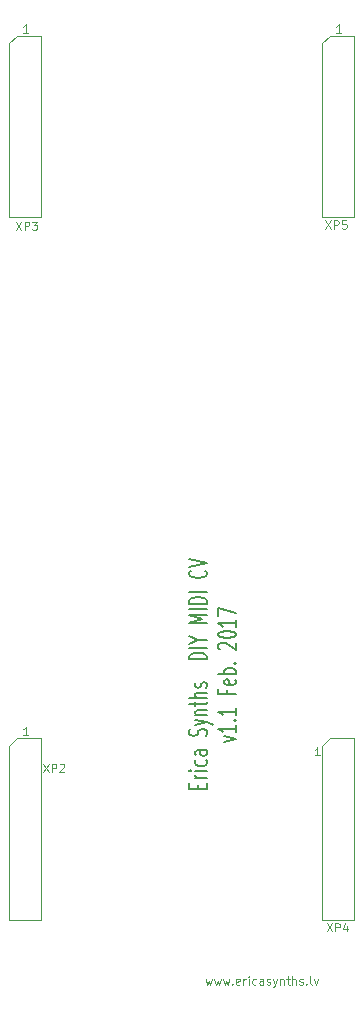
<source format=gto>
G04 #@! TF.FileFunction,Legend,Top*
%FSLAX46Y46*%
G04 Gerber Fmt 4.6, Leading zero omitted, Abs format (unit mm)*
G04 Created by KiCad (PCBNEW (2016-08-20 BZR 7083)-product) date Sun Feb  5 21:27:28 2017*
%MOMM*%
%LPD*%
G01*
G04 APERTURE LIST*
%ADD10C,0.100000*%
%ADD11C,0.200000*%
G04 APERTURE END LIST*
D10*
D11*
X15867857Y17657143D02*
X15867857Y17990477D01*
X16653571Y18133334D02*
X16653571Y17657143D01*
X15153571Y17657143D01*
X15153571Y18133334D01*
X16653571Y18561905D02*
X15653571Y18561905D01*
X15939285Y18561905D02*
X15796428Y18609524D01*
X15725000Y18657143D01*
X15653571Y18752381D01*
X15653571Y18847620D01*
X16653571Y19180953D02*
X15653571Y19180953D01*
X15153571Y19180953D02*
X15225000Y19133334D01*
X15296428Y19180953D01*
X15225000Y19228572D01*
X15153571Y19180953D01*
X15296428Y19180953D01*
X16582142Y20085715D02*
X16653571Y19990477D01*
X16653571Y19800001D01*
X16582142Y19704762D01*
X16510714Y19657143D01*
X16367857Y19609524D01*
X15939285Y19609524D01*
X15796428Y19657143D01*
X15725000Y19704762D01*
X15653571Y19800001D01*
X15653571Y19990477D01*
X15725000Y20085715D01*
X16653571Y20942858D02*
X15867857Y20942858D01*
X15725000Y20895239D01*
X15653571Y20800001D01*
X15653571Y20609524D01*
X15725000Y20514286D01*
X16582142Y20942858D02*
X16653571Y20847620D01*
X16653571Y20609524D01*
X16582142Y20514286D01*
X16439285Y20466667D01*
X16296428Y20466667D01*
X16153571Y20514286D01*
X16082142Y20609524D01*
X16082142Y20847620D01*
X16010714Y20942858D01*
X16582142Y22133334D02*
X16653571Y22276191D01*
X16653571Y22514286D01*
X16582142Y22609524D01*
X16510714Y22657143D01*
X16367857Y22704762D01*
X16225000Y22704762D01*
X16082142Y22657143D01*
X16010714Y22609524D01*
X15939285Y22514286D01*
X15867857Y22323810D01*
X15796428Y22228572D01*
X15725000Y22180953D01*
X15582142Y22133334D01*
X15439285Y22133334D01*
X15296428Y22180953D01*
X15225000Y22228572D01*
X15153571Y22323810D01*
X15153571Y22561905D01*
X15225000Y22704762D01*
X15653571Y23038096D02*
X16653571Y23276191D01*
X15653571Y23514286D02*
X16653571Y23276191D01*
X17010714Y23180953D01*
X17082142Y23133334D01*
X17153571Y23038096D01*
X15653571Y23895239D02*
X16653571Y23895239D01*
X15796428Y23895239D02*
X15725000Y23942858D01*
X15653571Y24038096D01*
X15653571Y24180953D01*
X15725000Y24276191D01*
X15867857Y24323810D01*
X16653571Y24323810D01*
X15653571Y24657143D02*
X15653571Y25038096D01*
X15153571Y24800001D02*
X16439285Y24800001D01*
X16582142Y24847620D01*
X16653571Y24942858D01*
X16653571Y25038096D01*
X16653571Y25371429D02*
X15153571Y25371429D01*
X16653571Y25800001D02*
X15867857Y25800001D01*
X15725000Y25752381D01*
X15653571Y25657143D01*
X15653571Y25514286D01*
X15725000Y25419048D01*
X15796428Y25371429D01*
X16582142Y26228572D02*
X16653571Y26323810D01*
X16653571Y26514286D01*
X16582142Y26609524D01*
X16439285Y26657143D01*
X16367857Y26657143D01*
X16225000Y26609524D01*
X16153571Y26514286D01*
X16153571Y26371429D01*
X16082142Y26276191D01*
X15939285Y26228572D01*
X15867857Y26228572D01*
X15725000Y26276191D01*
X15653571Y26371429D01*
X15653571Y26514286D01*
X15725000Y26609524D01*
X16653571Y28609524D02*
X15153571Y28609524D01*
X15153571Y28847620D01*
X15225000Y28990477D01*
X15367857Y29085715D01*
X15510714Y29133334D01*
X15796428Y29180953D01*
X16010714Y29180953D01*
X16296428Y29133334D01*
X16439285Y29085715D01*
X16582142Y28990477D01*
X16653571Y28847620D01*
X16653571Y28609524D01*
X16653571Y29609524D02*
X15153571Y29609524D01*
X15939285Y30276191D02*
X16653571Y30276191D01*
X15153571Y29942858D02*
X15939285Y30276191D01*
X15153571Y30609524D01*
X16653571Y31704762D02*
X15153571Y31704762D01*
X16225000Y32038096D01*
X15153571Y32371429D01*
X16653571Y32371429D01*
X16653571Y32847620D02*
X15153571Y32847620D01*
X16653571Y33323810D02*
X15153571Y33323810D01*
X15153571Y33561905D01*
X15225000Y33704762D01*
X15367857Y33800000D01*
X15510714Y33847620D01*
X15796428Y33895239D01*
X16010714Y33895239D01*
X16296428Y33847620D01*
X16439285Y33800000D01*
X16582142Y33704762D01*
X16653571Y33561905D01*
X16653571Y33323810D01*
X16653571Y34323810D02*
X15153571Y34323810D01*
X16510714Y36133334D02*
X16582142Y36085715D01*
X16653571Y35942858D01*
X16653571Y35847620D01*
X16582142Y35704762D01*
X16439285Y35609524D01*
X16296428Y35561905D01*
X16010714Y35514286D01*
X15796428Y35514286D01*
X15510714Y35561905D01*
X15367857Y35609524D01*
X15225000Y35704762D01*
X15153571Y35847620D01*
X15153571Y35942858D01*
X15225000Y36085715D01*
X15296428Y36133334D01*
X15153571Y36419048D02*
X16653571Y36752381D01*
X15153571Y37085715D01*
X18103571Y21657143D02*
X19103571Y21895239D01*
X18103571Y22133334D01*
X19103571Y23038096D02*
X19103571Y22466667D01*
X19103571Y22752381D02*
X17603571Y22752381D01*
X17817857Y22657143D01*
X17960714Y22561905D01*
X18032142Y22466667D01*
X18960714Y23466667D02*
X19032142Y23514286D01*
X19103571Y23466667D01*
X19032142Y23419048D01*
X18960714Y23466667D01*
X19103571Y23466667D01*
X19103571Y24466667D02*
X19103571Y23895239D01*
X19103571Y24180953D02*
X17603571Y24180953D01*
X17817857Y24085715D01*
X17960714Y23990477D01*
X18032142Y23895239D01*
X18317857Y25990477D02*
X18317857Y25657143D01*
X19103571Y25657143D02*
X17603571Y25657143D01*
X17603571Y26133334D01*
X19032142Y26895239D02*
X19103571Y26800000D01*
X19103571Y26609524D01*
X19032142Y26514286D01*
X18889285Y26466667D01*
X18317857Y26466667D01*
X18175000Y26514286D01*
X18103571Y26609524D01*
X18103571Y26800000D01*
X18175000Y26895239D01*
X18317857Y26942858D01*
X18460714Y26942858D01*
X18603571Y26466667D01*
X19103571Y27371429D02*
X17603571Y27371429D01*
X18175000Y27371429D02*
X18103571Y27466667D01*
X18103571Y27657143D01*
X18175000Y27752381D01*
X18246428Y27800000D01*
X18389285Y27847620D01*
X18817857Y27847620D01*
X18960714Y27800000D01*
X19032142Y27752381D01*
X19103571Y27657143D01*
X19103571Y27466667D01*
X19032142Y27371429D01*
X18960714Y28276191D02*
X19032142Y28323810D01*
X19103571Y28276191D01*
X19032142Y28228572D01*
X18960714Y28276191D01*
X19103571Y28276191D01*
X17746428Y29466667D02*
X17675000Y29514286D01*
X17603571Y29609524D01*
X17603571Y29847620D01*
X17675000Y29942858D01*
X17746428Y29990477D01*
X17889285Y30038096D01*
X18032142Y30038096D01*
X18246428Y29990477D01*
X19103571Y29419048D01*
X19103571Y30038096D01*
X17603571Y30657143D02*
X17603571Y30752381D01*
X17675000Y30847620D01*
X17746428Y30895239D01*
X17889285Y30942858D01*
X18175000Y30990477D01*
X18532142Y30990477D01*
X18817857Y30942858D01*
X18960714Y30895239D01*
X19032142Y30847620D01*
X19103571Y30752381D01*
X19103571Y30657143D01*
X19032142Y30561905D01*
X18960714Y30514286D01*
X18817857Y30466667D01*
X18532142Y30419048D01*
X18175000Y30419048D01*
X17889285Y30466667D01*
X17746428Y30514286D01*
X17675000Y30561905D01*
X17603571Y30657143D01*
X19103571Y31942858D02*
X19103571Y31371429D01*
X19103571Y31657143D02*
X17603571Y31657143D01*
X17817857Y31561905D01*
X17960714Y31466667D01*
X18032142Y31371429D01*
X17603571Y32276191D02*
X17603571Y32942858D01*
X19103571Y32514286D01*
D10*
X16550000Y1550000D02*
X16683333Y1083334D01*
X16816666Y1416667D01*
X16950000Y1083334D01*
X17083333Y1550000D01*
X17283333Y1550000D02*
X17416666Y1083334D01*
X17550000Y1416667D01*
X17683333Y1083334D01*
X17816666Y1550000D01*
X18016666Y1550000D02*
X18150000Y1083334D01*
X18283333Y1416667D01*
X18416666Y1083334D01*
X18550000Y1550000D01*
X18816666Y1150000D02*
X18850000Y1116667D01*
X18816666Y1083334D01*
X18783333Y1116667D01*
X18816666Y1150000D01*
X18816666Y1083334D01*
X19416666Y1116667D02*
X19350000Y1083334D01*
X19216666Y1083334D01*
X19150000Y1116667D01*
X19116666Y1183334D01*
X19116666Y1450000D01*
X19150000Y1516667D01*
X19216666Y1550000D01*
X19350000Y1550000D01*
X19416666Y1516667D01*
X19450000Y1450000D01*
X19450000Y1383334D01*
X19116666Y1316667D01*
X19750000Y1083334D02*
X19750000Y1550000D01*
X19750000Y1416667D02*
X19783333Y1483334D01*
X19816666Y1516667D01*
X19883333Y1550000D01*
X19950000Y1550000D01*
X20183333Y1083334D02*
X20183333Y1550000D01*
X20183333Y1783334D02*
X20150000Y1750000D01*
X20183333Y1716667D01*
X20216666Y1750000D01*
X20183333Y1783334D01*
X20183333Y1716667D01*
X20816666Y1116667D02*
X20750000Y1083334D01*
X20616666Y1083334D01*
X20550000Y1116667D01*
X20516666Y1150000D01*
X20483333Y1216667D01*
X20483333Y1416667D01*
X20516666Y1483334D01*
X20550000Y1516667D01*
X20616666Y1550000D01*
X20750000Y1550000D01*
X20816666Y1516667D01*
X21416666Y1083334D02*
X21416666Y1450000D01*
X21383333Y1516667D01*
X21316666Y1550000D01*
X21183333Y1550000D01*
X21116666Y1516667D01*
X21416666Y1116667D02*
X21350000Y1083334D01*
X21183333Y1083334D01*
X21116666Y1116667D01*
X21083333Y1183334D01*
X21083333Y1250000D01*
X21116666Y1316667D01*
X21183333Y1350000D01*
X21350000Y1350000D01*
X21416666Y1383334D01*
X21716666Y1116667D02*
X21783333Y1083334D01*
X21916666Y1083334D01*
X21983333Y1116667D01*
X22016666Y1183334D01*
X22016666Y1216667D01*
X21983333Y1283334D01*
X21916666Y1316667D01*
X21816666Y1316667D01*
X21750000Y1350000D01*
X21716666Y1416667D01*
X21716666Y1450000D01*
X21750000Y1516667D01*
X21816666Y1550000D01*
X21916666Y1550000D01*
X21983333Y1516667D01*
X22250000Y1550000D02*
X22416666Y1083334D01*
X22583333Y1550000D02*
X22416666Y1083334D01*
X22350000Y916667D01*
X22316666Y883334D01*
X22250000Y850000D01*
X22850000Y1550000D02*
X22850000Y1083334D01*
X22850000Y1483334D02*
X22883333Y1516667D01*
X22950000Y1550000D01*
X23050000Y1550000D01*
X23116666Y1516667D01*
X23150000Y1450000D01*
X23150000Y1083334D01*
X23383333Y1550000D02*
X23650000Y1550000D01*
X23483333Y1783334D02*
X23483333Y1183334D01*
X23516666Y1116667D01*
X23583333Y1083334D01*
X23650000Y1083334D01*
X23883333Y1083334D02*
X23883333Y1783334D01*
X24183333Y1083334D02*
X24183333Y1450000D01*
X24150000Y1516667D01*
X24083333Y1550000D01*
X23983333Y1550000D01*
X23916666Y1516667D01*
X23883333Y1483334D01*
X24483333Y1116667D02*
X24550000Y1083334D01*
X24683333Y1083334D01*
X24750000Y1116667D01*
X24783333Y1183334D01*
X24783333Y1216667D01*
X24750000Y1283334D01*
X24683333Y1316667D01*
X24583333Y1316667D01*
X24516666Y1350000D01*
X24483333Y1416667D01*
X24483333Y1450000D01*
X24516666Y1516667D01*
X24583333Y1550000D01*
X24683333Y1550000D01*
X24750000Y1516667D01*
X25083333Y1150000D02*
X25116666Y1116667D01*
X25083333Y1083334D01*
X25050000Y1116667D01*
X25083333Y1150000D01*
X25083333Y1083334D01*
X25516666Y1083334D02*
X25450000Y1116667D01*
X25416666Y1183334D01*
X25416666Y1783334D01*
X25716666Y1550000D02*
X25883333Y1083334D01*
X26050000Y1550000D01*
X1500000Y81683334D02*
X1100000Y81683334D01*
X1300000Y81683334D02*
X1300000Y82383334D01*
X1233333Y82283334D01*
X1166666Y82216667D01*
X1100000Y82183334D01*
X28000000Y81683334D02*
X27600000Y81683334D01*
X27800000Y81683334D02*
X27800000Y82383334D01*
X27733333Y82283334D01*
X27666666Y82216667D01*
X27600000Y82183334D01*
X26200000Y20483334D02*
X25800000Y20483334D01*
X26000000Y20483334D02*
X26000000Y21183334D01*
X25933333Y21083334D01*
X25866666Y21016667D01*
X25800000Y20983334D01*
X1500000Y22183334D02*
X1100000Y22183334D01*
X1300000Y22183334D02*
X1300000Y22883334D01*
X1233333Y22783334D01*
X1166666Y22716667D01*
X1100000Y22683334D01*
X2583500Y6566500D02*
X2583500Y21933500D01*
X2583500Y21933500D02*
X551500Y21933500D01*
X551500Y21933500D02*
X-83500Y21298500D01*
X-83500Y21298500D02*
X-83500Y6566500D01*
X-83500Y6566500D02*
X2583500Y6566500D01*
X2583500Y66066500D02*
X2583500Y81433500D01*
X2583500Y81433500D02*
X551500Y81433500D01*
X551500Y81433500D02*
X-83500Y80798500D01*
X-83500Y80798500D02*
X-83500Y66066500D01*
X-83500Y66066500D02*
X2583500Y66066500D01*
X29083500Y6566500D02*
X29083500Y21933500D01*
X29083500Y21933500D02*
X27051500Y21933500D01*
X27051500Y21933500D02*
X26416500Y21298500D01*
X26416500Y21298500D02*
X26416500Y6566500D01*
X26416500Y6566500D02*
X29083500Y6566500D01*
X29083500Y66066500D02*
X29083500Y81433500D01*
X29083500Y81433500D02*
X27051500Y81433500D01*
X27051500Y81433500D02*
X26416500Y80798500D01*
X26416500Y80798500D02*
X26416500Y66066500D01*
X26416500Y66066500D02*
X29083500Y66066500D01*
X2783333Y19783334D02*
X3250000Y19083334D01*
X3250000Y19783334D02*
X2783333Y19083334D01*
X3516666Y19083334D02*
X3516666Y19783334D01*
X3783333Y19783334D01*
X3850000Y19750000D01*
X3883333Y19716667D01*
X3916666Y19650000D01*
X3916666Y19550000D01*
X3883333Y19483334D01*
X3850000Y19450000D01*
X3783333Y19416667D01*
X3516666Y19416667D01*
X4183333Y19716667D02*
X4216666Y19750000D01*
X4283333Y19783334D01*
X4450000Y19783334D01*
X4516666Y19750000D01*
X4550000Y19716667D01*
X4583333Y19650000D01*
X4583333Y19583334D01*
X4550000Y19483334D01*
X4150000Y19083334D01*
X4583333Y19083334D01*
X483333Y65683334D02*
X950000Y64983334D01*
X950000Y65683334D02*
X483333Y64983334D01*
X1216666Y64983334D02*
X1216666Y65683334D01*
X1483333Y65683334D01*
X1550000Y65650000D01*
X1583333Y65616667D01*
X1616666Y65550000D01*
X1616666Y65450000D01*
X1583333Y65383334D01*
X1550000Y65350000D01*
X1483333Y65316667D01*
X1216666Y65316667D01*
X1850000Y65683334D02*
X2283333Y65683334D01*
X2050000Y65416667D01*
X2150000Y65416667D01*
X2216666Y65383334D01*
X2250000Y65350000D01*
X2283333Y65283334D01*
X2283333Y65116667D01*
X2250000Y65050000D01*
X2216666Y65016667D01*
X2150000Y64983334D01*
X1950000Y64983334D01*
X1883333Y65016667D01*
X1850000Y65050000D01*
X26783333Y6283334D02*
X27250000Y5583334D01*
X27250000Y6283334D02*
X26783333Y5583334D01*
X27516666Y5583334D02*
X27516666Y6283334D01*
X27783333Y6283334D01*
X27850000Y6250000D01*
X27883333Y6216667D01*
X27916666Y6150000D01*
X27916666Y6050000D01*
X27883333Y5983334D01*
X27850000Y5950000D01*
X27783333Y5916667D01*
X27516666Y5916667D01*
X28516666Y6050000D02*
X28516666Y5583334D01*
X28350000Y6316667D02*
X28183333Y5816667D01*
X28616666Y5816667D01*
X26683333Y65783334D02*
X27150000Y65083334D01*
X27150000Y65783334D02*
X26683333Y65083334D01*
X27416666Y65083334D02*
X27416666Y65783334D01*
X27683333Y65783334D01*
X27750000Y65750000D01*
X27783333Y65716667D01*
X27816666Y65650000D01*
X27816666Y65550000D01*
X27783333Y65483334D01*
X27750000Y65450000D01*
X27683333Y65416667D01*
X27416666Y65416667D01*
X28450000Y65783334D02*
X28116666Y65783334D01*
X28083333Y65450000D01*
X28116666Y65483334D01*
X28183333Y65516667D01*
X28350000Y65516667D01*
X28416666Y65483334D01*
X28450000Y65450000D01*
X28483333Y65383334D01*
X28483333Y65216667D01*
X28450000Y65150000D01*
X28416666Y65116667D01*
X28350000Y65083334D01*
X28183333Y65083334D01*
X28116666Y65116667D01*
X28083333Y65150000D01*
M02*

</source>
